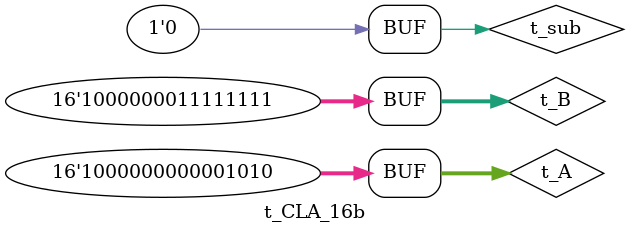
<source format=v>

module t_CLA_1b;

	reg	[2:0] test;

	wire g_out, p_out, s;


 	CLA_1b cla1 (
		.a(test[2]), .b(test[1]), .c_in(test[0]), .g_out(g_out), .p_out(p_out), .s(s)
	);

	// Test Bench
	initial begin
		#20
		test = 3'b000;
		#20
		test = 3'b001;
		#20
		test = 3'b010;
		#20
		test = 3'b011;
		#20
		test = 3'b100;
		#20
		test = 3'b101;
		#20
		test = 3'b110;
		#20
		test = 3'b111;

	end
	
	// Print out values for confirmation
	initial begin
		//$monitor("a = %b\nb = %b\nc_in = %b\ng_out = %b\np_out = %b\ns = %b",
		//		  test[2], test[1], test[0], g_out, p_out, s);
		$monitor("abc = %b%b%b\ng p s = %b%b%b\n",
				  test[2], test[1], test[0], g_out, p_out, s);
	end

endmodule

// PASSED
module t_CLA_4b;

	reg	[8:0] test;

	wire [3:0] s;
	wire g_out, p_out;


	CLA_4b cla4 (
		.a(test[7:4]), .b(test[3:0]), .c_in(test[8]), .gg_out(g_out), .pg_out(p_out), .s(s)
	);

	// Test Bench
	initial begin
		#20
		test = 9'b000000100;
		#20
		test = 9'b010101000;
		#20
		test = 9'b001110010;

	end
	
	// Print out values for confirmation
	initial begin
		//$monitor("a = %b\nb = %b\nc_in = %b\ng_out = %b\np_out = %b\ns = %b",
		//		  test[2], test[1], test[0], g_out, p_out, s);
		$monitor("abc = %b %b %b\ng p s = %b %b %b\n",
				  test[7:4], test[3:0], test[8], g_out, p_out, s[3:0]);
	end

endmodule

module t_CLA_16b;

	reg		[15:0] t_A, t_B;
	reg		t_sub;

	wire	[15:0]	S;
	wire	[2:0]	F;


 	CLA_16b CLA (
 		.A(t_A),
 		.B(t_B),
 		.sub(t_sub),
 		.S(S),
 		.flag(F)
 	);

	// Test Bench
	initial begin
		#20
		t_A = 16'h7FFF;
		t_B = 16'h0010;
		t_sub = 1'b0;

		#20
		t_A = 16'h800A;
		t_B = 16'h80FF;
		t_sub = 1'b0;

	end
	
	// Print out values for confirmation
	initial begin
		$monitor("A = %b\nB = %b\nsub = %b\nS = %b\nflag = %b\n",
				  t_A, t_B, t_sub, S, F);
	end

endmodule
</source>
